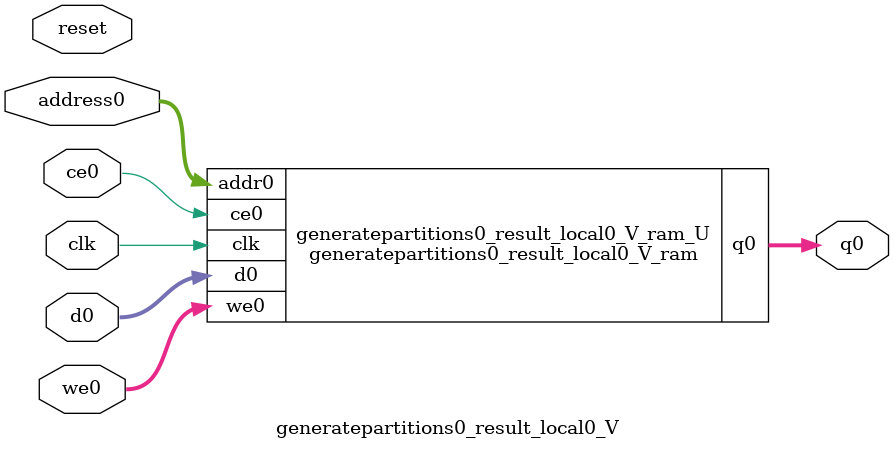
<source format=v>
`timescale 1 ns / 1 ps
module generatepartitions0_result_local0_V_ram (addr0, ce0, d0, we0, q0,  clk);

parameter DWIDTH = 512;
parameter AWIDTH = 11;
parameter MEM_SIZE = 1056;
parameter COL_WIDTH = 8;
parameter NUM_COL = (DWIDTH/COL_WIDTH);

input[AWIDTH-1:0] addr0;
input ce0;
input[DWIDTH-1:0] d0;
input [NUM_COL-1:0] we0;
output reg[DWIDTH-1:0] q0;
input clk;

(* ram_style = "block" *)reg [DWIDTH-1:0] ram[0:MEM_SIZE-1];



genvar i;

generate
    for (i=0;i<NUM_COL;i=i+1) begin
        always @(posedge clk) begin
            if (ce0) begin
                if (we0[i]) begin
                    ram[addr0][i*COL_WIDTH +: COL_WIDTH] <= d0[i*COL_WIDTH +: COL_WIDTH]; 
                end
                q0[i*COL_WIDTH +: COL_WIDTH] <= ram[addr0][i*COL_WIDTH +: COL_WIDTH];
            end
        end
    end
endgenerate


endmodule

`timescale 1 ns / 1 ps
module generatepartitions0_result_local0_V(
    reset,
    clk,
    address0,
    ce0,
    we0,
    d0,
    q0);

parameter DataWidth = 32'd512;
parameter AddressRange = 32'd1056;
parameter AddressWidth = 32'd11;
input reset;
input clk;
input[AddressWidth - 1:0] address0;
input ce0;
input[DataWidth/8 - 1:0] we0;
input[DataWidth - 1:0] d0;
output[DataWidth - 1:0] q0;



generatepartitions0_result_local0_V_ram generatepartitions0_result_local0_V_ram_U(
    .clk( clk ),
    .addr0( address0 ),
    .ce0( ce0 ),
    .we0( we0 ),
    .d0( d0 ),
    .q0( q0 ));

endmodule


</source>
